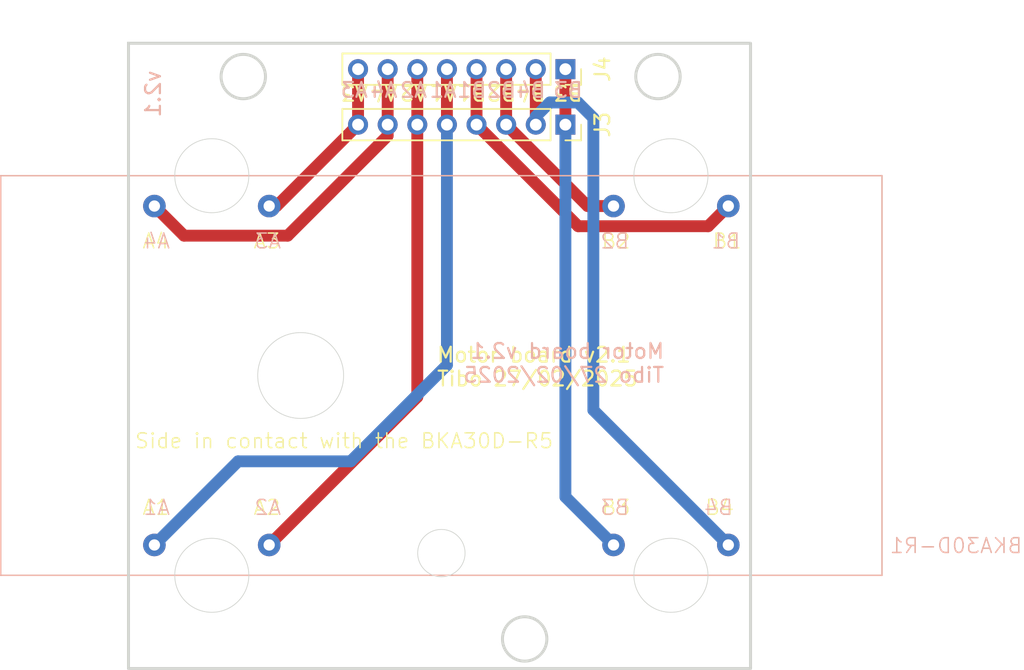
<source format=kicad_pcb>
(kicad_pcb (version 20241229) (generator "pcbnew") (generator_version "9.0")
  (layers (0 "F.Cu" signal) (2 "B.Cu" signal) (13 "F.Paste" user) (15 "B.Paste" user) (5 "F.SilkS" user "F.Silkscreen") (7 "B.SilkS" user "B.Silkscreen") (1 "F.Mask" user) (3 "B.Mask" user) (25 "Edge.Cuts" user))
  (net 0 "")
  (net 1 "/A1")
  (net 2 "/A2")
  (net 3 "/B4")
  (net 4 "/A3")
  (net 5 "/B2")
  (net 6 "/A4")
  (net 7 "/B3")
  (net 8 "/B1")
  (footprint "Connector_PinSocket_2.00mm:PinSocket_1x08_P2.00mm_Vertical" (layer "F.Cu") (at 190.25 73.5 -90)
    (property "Reference" "J4" (at 0 -2.5 90) (layer "F.SilkS"))
    (property "Value" "Conn_01x08")
    (fp_line (start -1.06 15.06) (end 1.06 15.06) (stroke (width 0.12)) (layer "F.SilkS"))
    (fp_line (start -1.06 1) (end -1.06 15.06) (stroke (width 0.12)) (layer "F.SilkS"))
    (fp_line (start -1.06 1) (end 1.06 1) (stroke (width 0.12)) (layer "F.SilkS"))
    (fp_line (start 1.06 1) (end 1.06 15.06) (stroke (width 0.12)) (layer "F.SilkS"))
    (fp_line (start 0 -1.06) (end 1.06 -1.06) (stroke (width 0.12)) (layer "F.SilkS"))
    (fp_line (start 1.06 -1.06) (end 1.06 0) (stroke (width 0.12)) (layer "F.SilkS"))
    (pad "1" thru_hole rect (at 0 0 270) (size 1.35 1.35) (drill 0.8) (layers "*.Cu" "*.Mask") (net 7 "/B3"))
    (pad "2" thru_hole oval (at 0 2 270) (size 1.35 1.35) (drill 0.8) (layers "*.Cu" "*.Mask") (net 3 "/B4"))
    (pad "3" thru_hole oval (at 0 4 270) (size 1.35 1.35) (drill 0.8) (layers "*.Cu" "*.Mask") (net 5 "/B2"))
    (pad "4" thru_hole oval (at 0 6 270) (size 1.35 1.35) (drill 0.8) (layers "*.Cu" "*.Mask") (net 8 "/B1"))
    (pad "5" thru_hole oval (at 0 8 270) (size 1.35 1.35) (drill 0.8) (layers "*.Cu" "*.Mask") (net 1 "/A1"))
    (pad "6" thru_hole oval (at 0 10 270) (size 1.35 1.35) (drill 0.8) (layers "*.Cu" "*.Mask") (net 2 "/A2"))
    (pad "7" thru_hole oval (at 0 12 270) (size 1.35 1.35) (drill 0.8) (layers "*.Cu" "*.Mask") (net 6 "/A4"))
    (pad "8" thru_hole oval (at 0 14 270) (size 1.35 1.35) (drill 0.8) (layers "*.Cu" "*.Mask") (net 4 "/A3"))
  )
  (footprint "Connector_PinSocket_2.00mm:PinSocket_1x08_P2.00mm_Vertical" (layer "F.Cu") (at 190.25 77.25 -90)
    (property "Reference" "J3" (at 0 -2.5 90) (layer "F.SilkS"))
    (property "Value" "Conn_01x08")
    (fp_line (start -1.06 15.06) (end 1.06 15.06) (stroke (width 0.12)) (layer "F.SilkS"))
    (fp_line (start -1.06 1) (end -1.06 15.06) (stroke (width 0.12)) (layer "F.SilkS"))
    (fp_line (start -1.06 1) (end 1.06 1) (stroke (width 0.12)) (layer "F.SilkS"))
    (fp_line (start 1.06 1) (end 1.06 15.06) (stroke (width 0.12)) (layer "F.SilkS"))
    (fp_line (start 0 -1.06) (end 1.06 -1.06) (stroke (width 0.12)) (layer "F.SilkS"))
    (fp_line (start 1.06 -1.06) (end 1.06 0) (stroke (width 0.12)) (layer "F.SilkS"))
    (pad "1" thru_hole rect (at 0 0 270) (size 1.35 1.35) (drill 0.8) (layers "*.Cu" "*.Mask") (net 7 "/B3"))
    (pad "2" thru_hole oval (at 0 2 270) (size 1.35 1.35) (drill 0.8) (layers "*.Cu" "*.Mask") (net 3 "/B4"))
    (pad "3" thru_hole oval (at 0 4 270) (size 1.35 1.35) (drill 0.8) (layers "*.Cu" "*.Mask") (net 5 "/B2"))
    (pad "4" thru_hole oval (at 0 6 270) (size 1.35 1.35) (drill 0.8) (layers "*.Cu" "*.Mask") (net 8 "/B1"))
    (pad "5" thru_hole oval (at 0 8 270) (size 1.35 1.35) (drill 0.8) (layers "*.Cu" "*.Mask") (net 1 "/A1"))
    (pad "6" thru_hole oval (at 0 10 270) (size 1.35 1.35) (drill 0.8) (layers "*.Cu" "*.Mask") (net 2 "/A2"))
    (pad "7" thru_hole oval (at 0 12 270) (size 1.35 1.35) (drill 0.8) (layers "*.Cu" "*.Mask") (net 6 "/A4"))
    (pad "8" thru_hole oval (at 0 14 270) (size 1.35 1.35) (drill 0.8) (layers "*.Cu" "*.Mask") (net 4 "/A3"))
  )
  (footprint "perso:BKA30D-R5" (layer "B.Cu") (at 211.625 107.7 180)
    (property "Reference" "BKA30D-R1" (at -5 2 0) (layer "B.SilkS") (effects (font (thickness 0.1)) (justify mirror)))
    (property "Value" "~")
    (fp_line (start 59.5 27) (end 0 27) (stroke (width 0.1)) (layer "B.SilkS"))
    (fp_line (start 59.5 0) (end 59.5 27) (stroke (width 0.1)) (layer "B.SilkS"))
    (fp_line (start 0 27) (end 0 0) (stroke (width 0.1)) (layer "B.SilkS"))
    (fp_line (start 0 0) (end 59.5 0) (stroke (width 0.1)) (layer "B.SilkS"))
    (fp_circle (center 45.25 27) (end 47.75 27) (stroke (width 0.05)) (fill no) (layer "Edge.Cuts"))
    (fp_circle (center 45.25 0) (end 47.75 0) (stroke (width 0.05)) (fill no) (layer "Edge.Cuts"))
    (fp_circle (center 39.25 13.5) (end 42.15 13.5) (stroke (width 0.05)) (fill no) (layer "Edge.Cuts"))
    (fp_circle (center 29.75 1.5) (end 31.35 1.5) (stroke (width 0.05)) (fill no) (layer "Edge.Cuts"))
    (fp_circle (center 14.25 27) (end 16.75 27) (stroke (width 0.05)) (fill no) (layer "Edge.Cuts"))
    (fp_circle (center 14.25 0) (end 16.75 0) (stroke (width 0.05)) (fill no) (layer "Edge.Cuts"))
    (fp_text user "A2" (at 42.5 4 0) (layer "F.SilkS") (effects (font (thickness 0.1)) (justify left bottom)))
    (fp_text user "B3" (at 19 4 0) (layer "F.SilkS") (effects (font (thickness 0.1)) (justify left bottom)))
    (fp_text user "B1" (at 11.5 22 0) (layer "F.SilkS") (effects (font (thickness 0.1)) (justify left bottom)))
    (fp_text user "A3" (at 42.5 22 0) (layer "F.SilkS") (effects (font (thickness 0.1)) (justify left bottom)))
    (fp_text user "B4" (at 12 4 0) (layer "F.SilkS") (effects (font (thickness 0.1)) (justify left bottom)))
    (fp_text user "A1" (at 50 4 0) (layer "F.SilkS") (effects (font (thickness 0.1)) (justify left bottom)))
    (fp_text user "A4" (at 50 22 0) (layer "F.SilkS") (effects (font (thickness 0.1)) (justify left bottom)))
    (fp_text user "Side in contact with the BKA30D-R5" (at 50.5 8.5 0) (layer "F.SilkS") (effects (font (thickness 0.1)) (justify left bottom)))
    (fp_text user "B2" (at 19 22 0) (layer "F.SilkS") (effects (font (thickness 0.1)) (justify left bottom)))
    (fp_text user "B3" (at 17 4 0) (layer "B.SilkS") (effects (font (thickness 0.1)) (justify left bottom mirror)))
    (fp_text user "A3" (at 40.5 22 0) (layer "B.SilkS") (effects (font (thickness 0.1)) (justify left bottom mirror)))
    (fp_text user "B2" (at 17 22 0) (layer "B.SilkS") (effects (font (thickness 0.1)) (justify left bottom mirror)))
    (fp_text user "B1" (at 9.5 22 0) (layer "B.SilkS") (effects (font (thickness 0.1)) (justify left bottom mirror)))
    (fp_text user "A4" (at 48 22 0) (layer "B.SilkS") (effects (font (thickness 0.1)) (justify left bottom mirror)))
    (fp_text user "A1" (at 48 4 0) (layer "B.SilkS") (effects (font (thickness 0.1)) (justify left bottom mirror)))
    (fp_text user "B4" (at 10 4 0) (layer "B.SilkS") (effects (font (thickness 0.1)) (justify left bottom mirror)))
    (fp_text user "A2" (at 40.5 4 0) (layer "B.SilkS") (effects (font (thickness 0.1)) (justify left bottom mirror)))
    (pad "A1" thru_hole circle (at 49.125 2.05 180) (size 1.524 1.524) (drill 0.762) (layers "*.Cu" "*.Mask") (net 1 "/A1"))
    (pad "A2" thru_hole circle (at 41.375 2.05 180) (size 1.524 1.524) (drill 0.762) (layers "*.Cu" "*.Mask") (net 2 "/A2"))
    (pad "A3" thru_hole circle (at 41.375 24.95 180) (size 1.524 1.524) (drill 0.762) (layers "*.Cu" "*.Mask") (net 4 "/A3"))
    (pad "A4" thru_hole circle (at 49.125 24.95 180) (size 1.524 1.524) (drill 0.762) (layers "*.Cu" "*.Mask") (net 6 "/A4"))
    (pad "B1" thru_hole circle (at 10.375 24.95 180) (size 1.524 1.524) (drill 0.762) (layers "*.Cu" "*.Mask") (net 8 "/B1"))
    (pad "B2" thru_hole circle (at 18.125 24.95 180) (size 1.524 1.524) (drill 0.762) (layers "*.Cu" "*.Mask") (net 5 "/B2"))
    (pad "B3" thru_hole circle (at 18.125 2.05 180) (size 1.524 1.524) (drill 0.762) (layers "*.Cu" "*.Mask") (net 7 "/B3"))
    (pad "B4" thru_hole circle (at 10.375 2.05 180) (size 1.524 1.524) (drill 0.762) (layers "*.Cu" "*.Mask") (net 3 "/B4"))
  )
  (gr_circle (center 187.5 112) (end 189 112) (stroke (width 0.2)) (fill no) (layer "Edge.Cuts"))
  (gr_circle (center 168.5 74) (end 170 74) (stroke (width 0.2)) (fill no) (layer "Edge.Cuts"))
  (gr_circle (center 196.5 74) (end 198 74) (stroke (width 0.2)) (fill no) (layer "Edge.Cuts"))
  (gr_rect (start 160.75 71.75) (end 202.75 114) (stroke (width 0.2)) (fill no) (layer "Edge.Cuts"))
  (gr_text "B1" (at 185 74.5 180) (layer "F.SilkS") (effects (font (size 1 1)) (justify left bottom)))
  (gr_text "A1" (at 183 74.5 180) (layer "F.SilkS") (effects (font (size 1 1)) (justify left bottom)))
  (gr_text "A4" (at 179 74.5 180) (layer "F.SilkS") (effects (font (size 1 1)) (justify left bottom)))
  (gr_text "Motor board v2.1\nTibo 27/02/2025" (at 181.5 95 0) (layer "F.SilkS") (effects (font (size 1 1)) (justify left bottom)))
  (gr_text "A2" (at 181 74.5 180) (layer "F.SilkS") (effects (font (size 1 1)) (justify left bottom)))
  (gr_text "A3" (at 177 74.5 180) (layer "F.SilkS") (effects (font (size 1 1)) (justify left bottom)))
  (gr_text "B3" (at 191.5 74.5 180) (layer "F.SilkS") (effects (font (size 1 1)) (justify left bottom)))
  (gr_text "B4" (at 189 74.5 180) (layer "F.SilkS") (effects (font (size 1 1)) (justify left bottom)))
  (gr_text "B2" (at 187 74.5 180) (layer "F.SilkS") (effects (font (size 1 1)) (justify left bottom)))
  (gr_text "A2" (at 181 75.5 0) (layer "B.SilkS") (effects (font (size 1 1)) (justify left bottom mirror)))
  (gr_text "B3" (at 191.5 75.5 0) (layer "B.SilkS") (effects (font (size 1 1)) (justify left bottom mirror)))
  (gr_text "A1" (at 183 75.5 0) (layer "B.SilkS") (effects (font (size 1 1)) (justify left bottom mirror)))
  (gr_text "B4" (at 189 75.5 0) (layer "B.SilkS") (effects (font (size 1 1)) (justify left bottom mirror)))
  (gr_text "A4" (at 179 75.5 0) (layer "B.SilkS") (effects (font (size 1 1)) (justify left bottom mirror)))
  (gr_text "B2" (at 187 75.5 0) (layer "B.SilkS") (effects (font (size 1 1)) (justify left bottom mirror)))
  (gr_text "Motor board v2.1\nTibo 27/02/2025" (at 197 94.75 0) (layer "B.SilkS") (effects (font (size 1 1)) (justify left bottom mirror)))
  (gr_text "A3" (at 177 75.5 0) (layer "B.SilkS") (effects (font (size 1 1)) (justify left bottom mirror)))
  (gr_text "v2.1" (at 163 73.5 90) (layer "B.SilkS") (effects (font (size 1 1)) (justify left bottom mirror)))
  (gr_text "B1" (at 185 75.5 0) (layer "B.SilkS") (effects (font (size 1 1)) (justify left bottom mirror)))
  (segment (start 182.25 77.25) (end 182.25 73.5) (width 0.8) (layer "F.Cu") (net 1))
  (segment (start 175.75 100) (end 182.25 93.5) (width 0.8) (layer "B.Cu") (net 1))
  (segment (start 162.5 105.65) (end 168.15 100) (width 0.8) (layer "B.Cu") (net 1))
  (segment (start 168.15 100) (end 175.75 100) (width 0.8) (layer "B.Cu") (net 1))
  (segment (start 182.25 93.5) (end 182.25 77.25) (width 0.8) (layer "B.Cu") (net 1))
  (segment (start 180.25 95.65) (end 180.25 77.25) (width 0.8) (layer "F.Cu") (net 2))
  (segment (start 170.25 105.65) (end 180.25 95.65) (width 0.8) (layer "F.Cu") (net 2))
  (segment (start 180.25 77.25) (end 180.25 73.5) (width 0.8) (layer "F.Cu") (net 2))
  (segment (start 188.25 77.25) (end 188.25 73.5) (width 0.8) (layer "F.Cu") (net 3))
  (segment (start 188.25 77.25) (end 188.25 76.7) (width 0.8) (layer "B.Cu") (net 3))
  (segment (start 192.138 76.797275) (end 192.138 96.538) (width 0.8) (layer "B.Cu") (net 3))
  (segment (start 192.138 96.538) (end 201.25 105.65) (width 0.8) (layer "B.Cu") (net 3))
  (segment (start 191.090725 75.75) (end 192.138 76.797275) (width 0.8) (layer "B.Cu") (net 3))
  (segment (start 188.25 76.7) (end 189.2 75.75) (width 0.8) (layer "B.Cu") (net 3))
  (segment (start 189.2 75.75) (end 191.090725 75.75) (width 0.8) (layer "B.Cu") (net 3))
  (segment (start 170.75 82.75) (end 170.25 82.75) (width 0.8) (layer "F.Cu") (net 4))
  (segment (start 176.25 77.25) (end 176.25 73.5) (width 0.8) (layer "F.Cu") (net 4))
  (segment (start 176.25 77.25) (end 170.75 82.75) (width 0.8) (layer "F.Cu") (net 4))
  (segment (start 193.5 82.75) (end 191.75 82.75) (width 0.8) (layer "F.Cu") (net 5))
  (segment (start 186.25 77.25) (end 186.25 73.5) (width 0.8) (layer "F.Cu") (net 5))
  (segment (start 191.75 82.75) (end 186.25 77.25) (width 0.8) (layer "F.Cu") (net 5))
  (segment (start 171.5 84.75) (end 164.5 84.75) (width 0.8) (layer "F.Cu") (net 6))
  (segment (start 178.25 77.25) (end 178.25 73.5) (width 0.8) (layer "F.Cu") (net 6))
  (segment (start 178.25 78) (end 171.5 84.75) (width 0.8) (layer "F.Cu") (net 6))
  (segment (start 164.5 84.75) (end 162.5 82.75) (width 0.8) (layer "F.Cu") (net 6))
  (segment (start 178.25 77.25) (end 178.25 78) (width 0.8) (layer "F.Cu") (net 6))
  (segment (start 190.25 77.25) (end 190.25 73.5) (width 0.8) (layer "F.Cu") (net 7))
  (segment (start 190.25 77.25) (end 190.25 102.4) (width 0.8) (layer "B.Cu") (net 7))
  (segment (start 190.25 102.4) (end 193.5 105.65) (width 0.8) (layer "B.Cu") (net 7))
  (segment (start 191.112 84.112) (end 184.25 77.25) (width 0.8) (layer "F.Cu") (net 8))
  (segment (start 199.888 84.112) (end 191.112 84.112) (width 0.8) (layer "F.Cu") (net 8))
  (segment (start 201.25 82.75) (end 199.888 84.112) (width 0.8) (layer "F.Cu") (net 8))
  (segment (start 184.25 77.25) (end 184.25 73.5) (width 0.8) (layer "F.Cu") (net 8))
)
</source>
